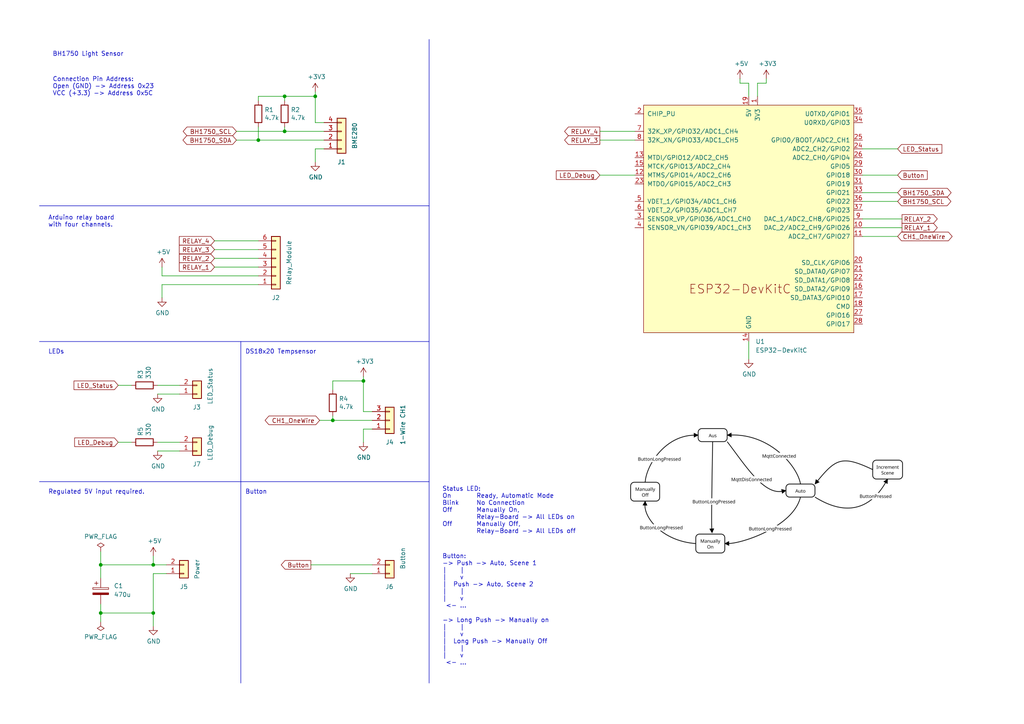
<source format=kicad_sch>
(kicad_sch (version 20230121) (generator eeschema)
  (paper "A4")
  (title_block (title "Remote Plug Socket Esp Devkit ") (date "2024-11-09") (rev "0.1.0"))
  (lib_symbols
    (symbol "Connector_Generic:Conn_01x02" (pin_names (offset 1.016) hide)
      (property "Reference" "J" (at 0 2.54 0))
      (property "Value" "Conn_01x02" (at 0 -5.08 0))
      (symbol "Conn_01x02_1_1"
        (rectangle (start -1.27 -2.413) (end 0 -2.667) (stroke (width 0.1524)))
        (rectangle (start -1.27 0.127) (end 0 -0.127) (stroke (width 0.1524)))
        (rectangle (start -1.27 1.27) (end 1.27 -3.81) (stroke (width 0.254)) (fill (type background)))
        (pin passive line (at -5.08 0 0) (length 3.81) (name "Pin_1") (number "1"))
        (pin passive line (at -5.08 -2.54 0) (length 3.81) (name "Pin_2") (number "2"))
      )
    )
    (symbol "Connector_Generic:Conn_01x03" (pin_names (offset 1.016) hide)
      (property "Reference" "J" (at 0 5.08 0))
      (property "Value" "Conn_01x03" (at 0 -5.08 0))
      (symbol "Conn_01x03_1_1"
        (rectangle (start -1.27 -2.413) (end 0 -2.667) (stroke (width 0.1524)))
        (rectangle (start -1.27 0.127) (end 0 -0.127) (stroke (width 0.1524)))
        (rectangle (start -1.27 2.667) (end 0 2.413) (stroke (width 0.1524)))
        (rectangle (start -1.27 3.81) (end 1.27 -3.81) (stroke (width 0.254)) (fill (type background)))
        (pin passive line (at -5.08 2.54 0) (length 3.81) (name "Pin_1") (number "1"))
        (pin passive line (at -5.08 0 0) (length 3.81) (name "Pin_2") (number "2"))
        (pin passive line (at -5.08 -2.54 0) (length 3.81) (name "Pin_3") (number "3"))
      )
    )
    (symbol "Connector_Generic:Conn_01x04" (pin_names (offset 1.016) hide)
      (property "Reference" "J" (at 0 5.08 0))
      (property "Value" "Conn_01x04" (at 0 -7.62 0))
      (symbol "Conn_01x04_1_1"
        (rectangle (start -1.27 -4.953) (end 0 -5.207) (stroke (width 0.1524)))
        (rectangle (start -1.27 -2.413) (end 0 -2.667) (stroke (width 0.1524)))
        (rectangle (start -1.27 0.127) (end 0 -0.127) (stroke (width 0.1524)))
        (rectangle (start -1.27 2.667) (end 0 2.413) (stroke (width 0.1524)))
        (rectangle (start -1.27 3.81) (end 1.27 -6.35) (stroke (width 0.254)) (fill (type background)))
        (pin passive line (at -5.08 2.54 0) (length 3.81) (name "Pin_1") (number "1"))
        (pin passive line (at -5.08 0 0) (length 3.81) (name "Pin_2") (number "2"))
        (pin passive line (at -5.08 -2.54 0) (length 3.81) (name "Pin_3") (number "3"))
        (pin passive line (at -5.08 -5.08 0) (length 3.81) (name "Pin_4") (number "4"))
      )
    )
    (symbol "Connector_Generic:Conn_01x06" (pin_names (offset 1.016) hide)
      (property "Reference" "J" (at 0 7.62 0))
      (property "Value" "Conn_01x06" (at 0 -10.16 0))
      (symbol "Conn_01x06_1_1"
        (rectangle (start -1.27 -7.493) (end 0 -7.747) (stroke (width 0.1524)))
        (rectangle (start -1.27 -4.953) (end 0 -5.207) (stroke (width 0.1524)))
        (rectangle (start -1.27 -2.413) (end 0 -2.667) (stroke (width 0.1524)))
        (rectangle (start -1.27 0.127) (end 0 -0.127) (stroke (width 0.1524)))
        (rectangle (start -1.27 2.667) (end 0 2.413) (stroke (width 0.1524)))
        (rectangle (start -1.27 5.207) (end 0 4.953) (stroke (width 0.1524)))
        (rectangle (start -1.27 6.35) (end 1.27 -8.89) (stroke (width 0.254)) (fill (type background)))
        (pin passive line (at -5.08 5.08 0) (length 3.81) (name "Pin_1") (number "1"))
        (pin passive line (at -5.08 2.54 0) (length 3.81) (name "Pin_2") (number "2"))
        (pin passive line (at -5.08 0 0) (length 3.81) (name "Pin_3") (number "3"))
        (pin passive line (at -5.08 -2.54 0) (length 3.81) (name "Pin_4") (number "4"))
        (pin passive line (at -5.08 -5.08 0) (length 3.81) (name "Pin_5") (number "5"))
        (pin passive line (at -5.08 -7.62 0) (length 3.81) (name "Pin_6") (number "6"))
      )
    )
    (symbol "Device:C_Polarized" (pin_numbers hide) (pin_names (offset 0.254))
      (property "Reference" "C" (at 0.635 2.54 0))
      (property "Value" "C_Polarized" (at 0.635 -2.54 0))
      (symbol "C_Polarized_0_1"
        (rectangle (start -2.286 0.508) (end 2.286 1.016))
        (polyline (pts (xy -1.778 2.286) (xy -0.762 2.286)))
        (polyline (pts (xy -1.27 2.794) (xy -1.27 1.778)))
        (rectangle (start 2.286 -0.508) (end -2.286 -1.016) (fill (type outline)))
      )
      (symbol "C_Polarized_1_1"
        (pin passive line (at 0 3.81 270) (length 2.794) (name "~") (number "1"))
        (pin passive line (at 0 -3.81 90) (length 2.794) (name "~") (number "2"))
      )
    )
    (symbol "Device:R" (pin_numbers hide) (pin_names (offset 0))
      (property "Reference" "R" (at 2.032 0 90))
      (property "Value" "R" (at 0 0 90))
      (symbol "R_0_1"
        (rectangle (start -1.016 -2.54) (end 1.016 2.54) (stroke (width 0.254)))
      )
      (symbol "R_1_1"
        (pin passive line (at 0 3.81 270) (length 1.27) (name "~") (number "1"))
        (pin passive line (at 0 -3.81 90) (length 1.27) (name "~") (number "2"))
      )
    )
    (symbol "PCM_Espressif:ESP32-DevKitC" (pin_names (offset 1.016))
      (property "Reference" "U" (at -30.48 38.1 0))
      (property "Value" "ESP32-DevKitC" (at -30.48 35.56 0))
      (symbol "ESP32-DevKitC_0_0"
        (text "ESP32-DevKitC" (at -2.54 -20.32 0) (effects (font (size 2.54 2.54))))
        (pin power_in line (at 0 -35.56 90) (length 2.54) (name "GND") (number "14"))
        (pin power_in line (at 0 35.56 270) (length 2.54) (name "5V") (number "19"))
      )
      (symbol "ESP32-DevKitC_0_1"
        (rectangle (start -30.48 33.02) (end 30.48 -33.02) (fill (type background)))
      )
      (symbol "ESP32-DevKitC_1_1"
        (pin power_in line (at 2.54 35.56 270) (length 2.54) (name "3V3") (number "1"))
        (pin bidirectional line (at 33.02 -2.54 180) (length 2.54) (name "DAC_2/ADC2_CH9/GPIO26") (number "10"))
        (pin bidirectional line (at 33.02 -5.08 180) (length 2.54) (name "ADC2_CH7/GPIO27") (number "11"))
        (pin bidirectional line (at -33.02 12.7 0) (length 2.54) (name "MTMS/GPIO14/ADC2_CH6") (number "12"))
        (pin bidirectional line (at -33.02 17.78 0) (length 2.54) (name "MTDI/GPIO12/ADC2_CH5") (number "13"))
        (pin bidirectional line (at -33.02 15.24 0) (length 2.54) (name "MTCK/GPIO13/ADC2_CH4") (number "15"))
        (pin bidirectional line (at 33.02 -20.32 180) (length 2.54) (name "SD_DATA2/GPIO9") (number "16"))
        (pin bidirectional line (at 33.02 -22.86 180) (length 2.54) (name "SD_DATA3/GPIO10") (number "17"))
        (pin bidirectional line (at 33.02 -25.4 180) (length 2.54) (name "CMD") (number "18"))
        (pin input line (at -33.02 30.48 0) (length 2.54) (name "CHIP_PU") (number "2"))
        (pin bidirectional line (at 33.02 -12.7 180) (length 2.54) (name "SD_CLK/GPIO6") (number "20"))
        (pin bidirectional line (at 33.02 -15.24 180) (length 2.54) (name "SD_DATA0/GPIO7") (number "21"))
        (pin bidirectional line (at 33.02 -17.78 180) (length 2.54) (name "SD_DATA1/GPIO8") (number "22"))
        (pin bidirectional line (at -33.02 10.16 0) (length 2.54) (name "MTDO/GPIO15/ADC2_CH3") (number "23"))
        (pin bidirectional line (at 33.02 20.32 180) (length 2.54) (name "ADC2_CH2/GPIO2") (number "24"))
        (pin bidirectional line (at 33.02 22.86 180) (length 2.54) (name "GPIO0/BOOT/ADC2_CH1") (number "25"))
        (pin bidirectional line (at 33.02 17.78 180) (length 2.54) (name "ADC2_CH0/GPIO4") (number "26"))
        (pin bidirectional line (at 33.02 -27.94 180) (length 2.54) (name "GPIO16") (number "27"))
        (pin bidirectional line (at 33.02 -30.48 180) (length 2.54) (name "GPIO17") (number "28"))
        (pin bidirectional line (at 33.02 15.24 180) (length 2.54) (name "GPIO5") (number "29"))
        (pin input line (at -33.02 0 0) (length 2.54) (name "SENSOR_VP/GPIO36/ADC1_CH0") (number "3"))
        (pin bidirectional line (at 33.02 12.7 180) (length 2.54) (name "GPIO18") (number "30"))
        (pin bidirectional line (at 33.02 10.16 180) (length 2.54) (name "GPIO19") (number "31"))
        (pin passive line (at 0 -35.56 90) (length 2.54) hide (name "GND") (number "32"))
        (pin bidirectional line (at 33.02 7.62 180) (length 2.54) (name "GPIO21") (number "33"))
        (pin bidirectional line (at 33.02 27.94 180) (length 2.54) (name "U0RXD/GPIO3") (number "34"))
        (pin bidirectional line (at 33.02 30.48 180) (length 2.54) (name "U0TXD/GPIO1") (number "35"))
        (pin bidirectional line (at 33.02 5.08 180) (length 2.54) (name "GPIO22") (number "36"))
        (pin bidirectional line (at 33.02 2.54 180) (length 2.54) (name "GPIO23") (number "37"))
        (pin passive line (at 0 -35.56 90) (length 2.54) hide (name "GND") (number "38"))
        (pin input line (at -33.02 -2.54 0) (length 2.54) (name "SENSOR_VN/GPIO39/ADC1_CH3") (number "4"))
        (pin input line (at -33.02 5.08 0) (length 2.54) (name "VDET_1/GPIO34/ADC1_CH6") (number "5"))
        (pin input line (at -33.02 2.54 0) (length 2.54) (name "VDET_2/GPIO35/ADC1_CH7") (number "6"))
        (pin bidirectional line (at -33.02 25.4 0) (length 2.54) (name "32K_XP/GPIO32/ADC1_CH4") (number "7"))
        (pin bidirectional line (at -33.02 22.86 0) (length 2.54) (name "32K_XN/GPIO33/ADC1_CH5") (number "8"))
        (pin bidirectional line (at 33.02 0 180) (length 2.54) (name "DAC_1/ADC2_CH8/GPIO25") (number "9"))
      )
    )
    (symbol "power:+3.3V" (power) (pin_names (offset 0))
      (property "Value" "+3.3V" (at 0 3.556 0))
      (symbol "+3.3V_0_1"
        (polyline (pts (xy -0.762 1.27) (xy 0 2.54)))
        (polyline (pts (xy 0 0) (xy 0 2.54)))
        (polyline (pts (xy 0 2.54) (xy 0.762 1.27)))
      )
      (symbol "+3.3V_1_1"
        (pin power_in line (at 0 0 90) (length 0) hide (name "+3V3") (number "1"))
      )
    )
    (symbol "power:+5V" (power) (pin_names (offset 0))
      (property "Value" "+5V" (at 0 3.556 0))
      (symbol "+5V_0_1"
        (polyline (pts (xy -0.762 1.27) (xy 0 2.54)))
        (polyline (pts (xy 0 0) (xy 0 2.54)))
        (polyline (pts (xy 0 2.54) (xy 0.762 1.27)))
      )
      (symbol "+5V_1_1"
        (pin power_in line (at 0 0 90) (length 0) hide (name "+5V") (number "1"))
      )
    )
    (symbol "power:GND" (power) (pin_names (offset 0))
      (property "Value" "GND" (at 0 -3.81 0))
      (symbol "GND_0_1"
        (polyline (pts (xy 0 0) (xy 0 -1.27) (xy 1.27 -1.27) (xy 0 -2.54) (xy -1.27 -1.27) (xy 0 -1.27)))
      )
      (symbol "GND_1_1"
        (pin power_in line (at 0 0 270) (length 0) hide (name "GND") (number "1"))
      )
    )
    (symbol "power:PWR_FLAG" (power) (pin_numbers hide) (pin_names (offset 0) hide)
      (property "Value" "PWR_FLAG" (at 0 3.81 0))
      (symbol "PWR_FLAG_0_0"
        (pin power_out line (at 0 0 90) (length 0) (name "pwr") (number "1"))
      )
      (symbol "PWR_FLAG_0_1"
        (polyline (pts (xy 0 0) (xy 0 1.27) (xy -1.016 1.905) (xy 0 2.54) (xy 1.016 1.905) (xy 0 1.27)))
      )
    )
  )
  (junction (at 44.45 163.83))
  (junction (at 91.44 27.94))
  (junction (at 44.45 177.8))
  (junction (at 105.41 110.49))
  (junction (at 74.93 40.64))
  (junction (at 29.21 177.8))
  (junction (at 82.55 38.1))
  (junction (at 96.52 121.92))
  (junction (at 82.55 27.94))
  (junction (at 29.21 163.83))
  (wire (pts (xy 217.17 24.13) (xy 217.17 27.94)))
  (polyline (pts (xy 124.46 11.43) (xy 124.46 198.12)))
  (wire (pts (xy 214.63 24.13) (xy 217.17 24.13)))
  (wire (pts (xy 93.98 40.64) (xy 74.93 40.64)))
  (wire (pts (xy 261.62 66.04) (xy 250.19 66.04)))
  (wire (pts (xy 91.44 35.56) (xy 93.98 35.56)))
  (wire (pts (xy 222.25 22.86) (xy 222.25 24.13)))
  (wire (pts (xy 82.55 27.94) (xy 91.44 27.94)))
  (wire (pts (xy 217.17 99.06) (xy 217.17 104.14)))
  (wire (pts (xy 44.45 161.29) (xy 44.45 163.83)))
  (wire (pts (xy 29.21 163.83) (xy 44.45 163.83)))
  (wire (pts (xy 105.41 119.38) (xy 105.41 110.49)))
  (wire (pts (xy 62.23 69.85) (xy 74.93 69.85)))
  (wire (pts (xy 91.44 27.94) (xy 91.44 26.67)))
  (wire (pts (xy 250.19 50.8) (xy 260.35 50.8)))
  (wire (pts (xy 45.72 128.27) (xy 52.07 128.27)))
  (wire (pts (xy 74.93 40.64) (xy 68.58 40.64)))
  (wire (pts (xy 92.71 121.92) (xy 96.52 121.92)))
  (wire (pts (xy 90.17 163.83) (xy 107.95 163.83)))
  (wire (pts (xy 105.41 124.46) (xy 107.95 124.46)))
  (wire (pts (xy 74.93 27.94) (xy 82.55 27.94)))
  (wire (pts (xy 44.45 163.83) (xy 48.26 163.83)))
  (wire (pts (xy 250.19 55.88) (xy 260.35 55.88)))
  (wire (pts (xy 82.55 36.83) (xy 82.55 38.1)))
  (wire (pts (xy 96.52 110.49) (xy 105.41 110.49)))
  (wire (pts (xy 96.52 121.92) (xy 107.95 121.92)))
  (wire (pts (xy 250.19 58.42) (xy 260.35 58.42)))
  (wire (pts (xy 45.72 111.76) (xy 52.07 111.76)))
  (wire (pts (xy 29.21 160.02) (xy 29.21 163.83)))
  (wire (pts (xy 219.71 24.13) (xy 219.71 27.94)))
  (wire (pts (xy 96.52 113.03) (xy 96.52 110.49)))
  (wire (pts (xy 91.44 35.56) (xy 91.44 27.94)))
  (wire (pts (xy 44.45 177.8) (xy 44.45 166.37)))
  (wire (pts (xy 82.55 27.94) (xy 82.55 29.21)))
  (wire (pts (xy 62.23 77.47) (xy 74.93 77.47)))
  (wire (pts (xy 45.72 114.3) (xy 52.07 114.3)))
  (wire (pts (xy 29.21 177.8) (xy 29.21 180.34)))
  (wire (pts (xy 68.58 38.1) (xy 82.55 38.1)))
  (wire (pts (xy 107.95 119.38) (xy 105.41 119.38)))
  (wire (pts (xy 261.62 63.5) (xy 250.19 63.5)))
  (wire (pts (xy 91.44 43.18) (xy 93.98 43.18)))
  (wire (pts (xy 34.29 111.76) (xy 38.1 111.76)))
  (wire (pts (xy 105.41 128.27) (xy 105.41 124.46)))
  (wire (pts (xy 250.19 43.18) (xy 260.35 43.18)))
  (wire (pts (xy 34.29 128.27) (xy 38.1 128.27)))
  (wire (pts (xy 46.99 77.47) (xy 46.99 80.01)))
  (wire (pts (xy 44.45 181.61) (xy 44.45 177.8)))
  (polyline (pts (xy 11.43 139.7) (xy 124.46 139.7)))
  (wire (pts (xy 29.21 175.26) (xy 29.21 177.8)))
  (wire (pts (xy 222.25 24.13) (xy 219.71 24.13)))
  (wire (pts (xy 74.93 29.21) (xy 74.93 27.94)))
  (polyline (pts (xy 11.43 59.69) (xy 124.46 59.69)))
  (polyline (pts (xy 11.43 99.06) (xy 124.46 99.06)))
  (wire (pts (xy 74.93 80.01) (xy 46.99 80.01)))
  (wire (pts (xy 62.23 74.93) (xy 74.93 74.93)))
  (wire (pts (xy 173.99 40.64) (xy 184.15 40.64)))
  (wire (pts (xy 173.99 38.1) (xy 184.15 38.1)))
  (wire (pts (xy 62.23 72.39) (xy 74.93 72.39)))
  (wire (pts (xy 46.99 86.36) (xy 46.99 82.55)))
  (wire (pts (xy 29.21 167.64) (xy 29.21 163.83)))
  (wire (pts (xy 105.41 110.49) (xy 105.41 109.22)))
  (polyline (pts (xy 69.85 99.06) (xy 69.85 198.12)))
  (wire (pts (xy 74.93 36.83) (xy 74.93 40.64)))
  (wire (pts (xy 29.21 177.8) (xy 44.45 177.8)))
  (wire (pts (xy 91.44 46.99) (xy 91.44 43.18)))
  (wire (pts (xy 184.15 50.8) (xy 173.99 50.8)))
  (wire (pts (xy 214.63 22.86) (xy 214.63 24.13)))
  (wire (pts (xy 101.6 166.37) (xy 107.95 166.37)))
  (wire (pts (xy 48.26 166.37) (xy 44.45 166.37)))
  (wire (pts (xy 45.72 130.81) (xy 52.07 130.81)))
  (wire (pts (xy 96.52 120.65) (xy 96.52 121.92)))
  (wire (pts (xy 46.99 82.55) (xy 74.93 82.55)))
  (wire (pts (xy 250.19 68.58) (xy 260.35 68.58)))
  (wire (pts (xy 82.55 38.1) (xy 93.98 38.1)))
  (image (at 222.25 142.24) (scale 0.420699))
  (text "BH1750 Light Sensor" (at 15.24 16.51 0) (effects (font (size 1.27 1.27)) (justify left bottom)))
  (text "Status LED:\nOn		Ready, Automatic Mode\nBlink	No Connection\nOff		Manually On, \n		Relay-Board -> All LEDs on\nOff		Manually Off, \n		Relay-Board -> All LEDs off\n" (at 128.27 154.94 0) (effects (font (size 1.27 1.27)) (justify left bottom)))
  (text "DS18x20 Tempsensor" (at 71.12 102.87 0) (effects (font (size 1.27 1.27)) (justify left bottom)))
  (text "Connection Pin Address:\nOpen (GND) -> Address 0x23\nVCC (+3.3) -> Address 0x5C" (at 15.24 27.94 0) (effects (font (size 1.27 1.27)) (justify left bottom)))
  (text "Button" (at 71.12 143.51 0) (effects (font (size 1.27 1.27)) (justify left bottom)))
  (text "LEDs" (at 13.97 102.87 0) (effects (font (size 1.27 1.27)) (justify left bottom)))
  (text "-> Long Push -> Manually on\n|    |\n|    v\n|  Long Push -> Manually Off\n|    |\n|    v\n <- ..." (at 128.27 193.04 0) (effects (font (size 1.27 1.27)) (justify left bottom)))
  (text "Arduino relay board\nwith four channels." (at 13.97 66.04 0) (effects (font (size 1.27 1.27)) (justify left bottom)))
  (text "Regulated 5V input required." (at 13.97 143.51 0) (effects (font (size 1.27 1.27)) (justify left bottom)))
  (text "Button:\n-> Push -> Auto, Scene 1\n|    |\n|    v\n|  Push -> Auto, Scene 2\n|    |\n|    v\n <- ..." (at 128.27 176.53 0) (effects (font (size 1.27 1.27)) (justify left bottom)))
  (global_label "BH1750_SCL" (shape bidirectional) (at 260.35 58.42 0) (property "Intersheetrefs" "${INTERSHEET_REFS}" (effects hide)) (property "Referenzen zwischen Schaltplänen" "${INTERSHEET_REFS}" (effects hide)))
  (global_label "LED_Status" (shape input) (at 34.29 111.76 180) (property "Intersheetrefs" "${INTERSHEET_REFS}" (effects hide)) (property "Referenzen zwischen Schaltplänen" "${INTERSHEET_REFS}" (effects hide)))
  (global_label "LED_Status" (shape input) (at 260.35 43.18 0) (property "Intersheetrefs" "${INTERSHEET_REFS}" (effects hide)) (property "Referenzen zwischen Schaltplänen" "${INTERSHEET_REFS}" (effects hide)))
  (global_label "RELAY_2" (shape output) (at 261.62 63.5 0) (property "Intersheetrefs" "${INTERSHEET_REFS}" (effects hide)) (property "Referenzen zwischen Schaltplänen" "${INTERSHEET_REFS}" (effects hide)))
  (global_label "BH1750_SDA" (shape bidirectional) (at 260.35 55.88 0) (property "Intersheetrefs" "${INTERSHEET_REFS}" (effects hide)) (property "Referenzen zwischen Schaltplänen" "${INTERSHEET_REFS}" (effects hide)))
  (global_label "CH1_OneWire" (shape bidirectional) (at 260.35 68.58 0) (property "Intersheetrefs" "${INTERSHEET_REFS}" (effects hide)) (property "Referenzen zwischen Schaltplänen" "${INTERSHEET_REFS}" (effects hide)))
  (global_label "RELAY_4" (shape output) (at 173.99 38.1 180) (property "Intersheetrefs" "${INTERSHEET_REFS}" (effects hide)) (property "Referenzen zwischen Schaltplänen" "${INTERSHEET_REFS}" (effects hide)))
  (global_label "RELAY_3" (shape output) (at 173.99 40.64 180) (property "Intersheetrefs" "${INTERSHEET_REFS}" (effects hide)) (property "Referenzen zwischen Schaltplänen" "${INTERSHEET_REFS}" (effects hide)))
  (global_label "RELAY_4" (shape input) (at 62.23 69.85 180) (property "Intersheetrefs" "${INTERSHEET_REFS}" (effects hide)) (property "Referenzen zwischen Schaltplänen" "${INTERSHEET_REFS}" (effects hide)))
  (global_label "LED_Debug" (shape input) (at 34.29 128.27 180) (property "Intersheetrefs" "${INTERSHEET_REFS}" (effects hide)) (property "Referenzen zwischen Schaltplänen" "${INTERSHEET_REFS}" (effects hide)))
  (global_label "Button" (shape output) (at 90.17 163.83 180) (property "Intersheetrefs" "${INTERSHEET_REFS}" (effects hide)) (property "Referenzen zwischen Schaltplänen" "${INTERSHEET_REFS}" (effects hide)))
  (global_label "RELAY_1" (shape input) (at 62.23 77.47 180) (property "Intersheetrefs" "${INTERSHEET_REFS}" (effects hide)) (property "Referenzen zwischen Schaltplänen" "${INTERSHEET_REFS}" (effects hide)))
  (global_label "RELAY_2" (shape input) (at 62.23 74.93 180) (property "Intersheetrefs" "${INTERSHEET_REFS}" (effects hide)) (property "Referenzen zwischen Schaltplänen" "${INTERSHEET_REFS}" (effects hide)))
  (global_label "CH1_OneWire" (shape bidirectional) (at 92.71 121.92 180) (property "Intersheetrefs" "${INTERSHEET_REFS}" (effects hide)) (property "Referenzen zwischen Schaltplänen" "${INTERSHEET_REFS}" (effects hide)))
  (global_label "BH1750_SCL" (shape bidirectional) (at 68.58 38.1 180) (property "Intersheetrefs" "${INTERSHEET_REFS}" (effects hide)) (property "Referenzen zwischen Schaltplänen" "${INTERSHEET_REFS}" (effects hide)))
  (global_label "LED_Debug" (shape input) (at 173.99 50.8 180) (property "Intersheetrefs" "${INTERSHEET_REFS}" (effects hide)) (property "Referenzen zwischen Schaltplänen" "${INTERSHEET_REFS}" (effects hide)))
  (global_label "BH1750_SDA" (shape bidirectional) (at 68.58 40.64 180) (property "Intersheetrefs" "${INTERSHEET_REFS}" (effects hide)) (property "Referenzen zwischen Schaltplänen" "${INTERSHEET_REFS}" (effects hide)))
  (global_label "Button" (shape input) (at 260.35 50.8 0) (property "Intersheetrefs" "${INTERSHEET_REFS}" (effects hide)) (property "Referenzen zwischen Schaltplänen" "${INTERSHEET_REFS}" (effects hide)))
  (global_label "RELAY_1" (shape output) (at 261.62 66.04 0) (property "Intersheetrefs" "${INTERSHEET_REFS}" (effects hide)) (property "Referenzen zwischen Schaltplänen" "${INTERSHEET_REFS}" (effects hide)))
  (global_label "RELAY_3" (shape input) (at 62.23 72.39 180) (property "Intersheetrefs" "${INTERSHEET_REFS}" (effects hide)) (property "Referenzen zwischen Schaltplänen" "${INTERSHEET_REFS}" (effects hide)))
  (symbol (lib_id "power:GND") (at 91.44 46.99 0) (unit 1)
    (property "Reference" "#PWR03" (effects hide))
    (property "Value" "GND" (at 91.567 51.3842 0))
  )
  (symbol (lib_id "Connector_Generic:Conn_01x02") (at 113.03 166.37 0) (mirror x) (unit 1)
    (property "Reference" "J6" (at 111.76 170.18 0) (effects (justify left)))
    (property "Value" "Button" (at 116.84 158.75 90) (effects (justify left)))
    (property "Footprint" "Connector_Molex:Molex_KK-254_AE-6410-02A_1x02_P2.54mm_Vertical" (effects hide))
  )
  (symbol (lib_id "Device:R") (at 96.52 116.84 0) (unit 1)
    (property "Reference" "R4" (at 98.298 115.6716 0) (effects (justify left)))
    (property "Value" "4.7k" (at 98.298 117.983 0) (effects (justify left)))
    (property "Footprint" "Resistor_THT:R_Axial_DIN0207_L6.3mm_D2.5mm_P7.62mm_Horizontal" (effects hide))
  )
  (symbol (lib_id "Device:R") (at 41.91 128.27 90) (unit 1)
    (property "Reference" "R5" (at 40.7416 126.492 0) (effects (justify left)))
    (property "Value" "330" (at 43.053 126.492 0) (effects (justify left)))
    (property "Footprint" "Resistor_THT:R_Axial_DIN0207_L6.3mm_D2.5mm_P7.62mm_Horizontal" (effects hide))
  )
  (symbol (lib_id "power:PWR_FLAG") (at 29.21 180.34 180) (unit 1)
    (property "Reference" "#FLG02" (effects hide))
    (property "Value" "PWR_FLAG" (at 29.21 184.7342 0))
  )
  (symbol (lib_id "Connector_Generic:Conn_01x06") (at 80.01 77.47 0) (mirror x) (unit 1)
    (property "Reference" "J2" (at 80.01 86.36 0))
    (property "Value" "Relay_Module" (at 83.82 76.2 90))
    (property "Footprint" "Connector_Molex:Molex_KK-254_AE-6410-06A_1x06_P2.54mm_Vertical" (effects hide))
  )
  (symbol (lib_id "power:GND") (at 105.41 128.27 0) (unit 1)
    (property "Reference" "#PWR09" (effects hide))
    (property "Value" "GND" (at 105.537 132.6642 0))
  )
  (symbol (lib_id "power:+3.3V") (at 105.41 109.22 0) (unit 1)
    (property "Reference" "#PWR012" (effects hide))
    (property "Value" "+3.3V" (at 105.791 104.8258 0))
  )
  (symbol (lib_id "power:GND") (at 217.17 104.14 0) (unit 1)
    (property "Reference" "#PWR08" (effects hide))
    (property "Value" "GND" (at 217.297 108.5342 0))
  )
  (symbol (lib_id "Connector_Generic:Conn_01x04") (at 99.06 40.64 0) (mirror x) (unit 1)
    (property "Reference" "J1" (at 99.06 46.99 0))
    (property "Value" "BME280" (at 102.87 39.37 90))
    (property "Footprint" "Connector_Molex:Molex_KK-254_AE-6410-04A_1x04_P2.54mm_Vertical" (effects hide))
  )
  (symbol (lib_id "power:GND") (at 45.72 114.3 0) (unit 1)
    (property "Reference" "#PWR06" (effects hide))
    (property "Value" "GND" (at 45.847 118.6942 0))
  )
  (symbol (lib_id "Connector_Generic:Conn_01x02") (at 53.34 166.37 0) (mirror x) (unit 1)
    (property "Reference" "J5" (at 53.34 170.18 0))
    (property "Value" "Power" (at 57.15 165.1 90))
    (property "Footprint" "Connector_Molex:Molex_KK-254_AE-6410-02A_1x02_P2.54mm_Vertical" (effects hide))
  )
  (symbol (lib_id "Device:R") (at 41.91 111.76 90) (unit 1)
    (property "Reference" "R3" (at 40.7416 109.982 0) (effects (justify left)))
    (property "Value" "330" (at 43.053 109.982 0) (effects (justify left)))
    (property "Footprint" "Resistor_THT:R_Axial_DIN0207_L6.3mm_D2.5mm_P7.62mm_Horizontal" (effects hide))
  )
  (symbol (lib_id "Device:R") (at 74.93 33.02 0) (unit 1)
    (property "Reference" "R1" (at 76.708 31.8516 0) (effects (justify left)))
    (property "Value" "4.7k" (at 76.708 34.163 0) (effects (justify left)))
    (property "Footprint" "Resistor_THT:R_Axial_DIN0207_L6.3mm_D2.5mm_P7.62mm_Horizontal" (effects hide))
  )
  (symbol (lib_id "power:GND") (at 101.6 166.37 0) (unit 1)
    (property "Reference" "#PWR01" (effects hide))
    (property "Value" "GND" (at 101.727 170.7642 0))
  )
  (symbol (lib_id "power:+3.3V") (at 91.44 26.67 0) (unit 1)
    (property "Reference" "#PWR02" (effects hide))
    (property "Value" "+3.3V" (at 91.821 22.2758 0))
  )
  (symbol (lib_id "Device:R") (at 82.55 33.02 0) (unit 1)
    (property "Reference" "R2" (at 84.328 31.8516 0) (effects (justify left)))
    (property "Value" "4.7k" (at 84.328 34.163 0) (effects (justify left)))
    (property "Footprint" "Resistor_THT:R_Axial_DIN0207_L6.3mm_D2.5mm_P7.62mm_Horizontal" (effects hide))
  )
  (symbol (lib_id "PCM_Espressif:ESP32-DevKitC") (at 217.17 63.5 0) (unit 1)
    (property "Reference" "U1" (at 219.1259 99.06 0) (effects (justify left)))
    (property "Value" "ESP32-DevKitC" (at 219.1259 101.6 0) (effects (justify left)))
    (property "Footprint" "PCM_Espressif:ESP32-DevKitC" (effects hide))
    (property "Datasheet" "https://docs.espressif.com/projects/esp-idf/zh_CN/latest/esp32/hw-reference/esp32/get-started-devkitc.html" (effects hide))
  )
  (symbol (lib_id "power:+5V") (at 46.99 77.47 0) (unit 1)
    (property "Reference" "#PWR04" (effects hide))
    (property "Value" "+5V" (at 47.371 73.0758 0))
  )
  (symbol (lib_id "Device:C_Polarized") (at 29.21 171.45 0) (unit 1)
    (property "Reference" "C1" (at 33.02 169.926 0) (effects (justify left)))
    (property "Value" "470u" (at 33.02 172.466 0) (effects (justify left)))
    (property "Footprint" "Capacitor_THT:CP_Radial_D8.0mm_P3.50mm" (effects hide))
  )
  (symbol (lib_id "power:PWR_FLAG") (at 29.21 160.02 0) (unit 1)
    (property "Reference" "#FLG01" (effects hide))
    (property "Value" "PWR_FLAG" (at 29.21 155.6258 0))
  )
  (symbol (lib_id "Connector_Generic:Conn_01x02") (at 57.15 114.3 0) (mirror x) (unit 1)
    (property "Reference" "J3" (at 55.88 118.11 0) (effects (justify left)))
    (property "Value" "LED_Status" (at 60.96 106.68 90) (effects (justify left)))
    (property "Footprint" "Connector_Molex:Molex_KK-254_AE-6410-02A_1x02_P2.54mm_Vertical" (effects hide))
  )
  (symbol (lib_id "power:GND") (at 45.72 130.81 0) (unit 1)
    (property "Reference" "#PWR07" (effects hide))
    (property "Value" "GND" (at 45.847 135.2042 0))
  )
  (symbol (lib_id "power:+5V") (at 214.63 22.86 0) (unit 1)
    (property "Reference" "#PWR014" (effects hide))
    (property "Value" "+5V" (at 215.011 18.4658 0))
  )
  (symbol (lib_id "Connector_Generic:Conn_01x02") (at 57.15 130.81 0) (mirror x) (unit 1)
    (property "Reference" "J7" (at 55.88 134.62 0) (effects (justify left)))
    (property "Value" "LED_Debug" (at 60.96 123.19 90) (effects (justify left)))
    (property "Footprint" "Connector_Molex:Molex_KK-254_AE-6410-02A_1x02_P2.54mm_Vertical" (effects hide))
  )
  (symbol (lib_id "power:GND") (at 46.99 86.36 0) (unit 1)
    (property "Reference" "#PWR05" (effects hide))
    (property "Value" "GND" (at 47.117 90.7542 0))
  )
  (symbol (lib_id "Connector_Generic:Conn_01x03") (at 113.03 121.92 0) (mirror x) (unit 1)
    (property "Reference" "J4" (at 113.03 128.27 0))
    (property "Value" "1-Wire CH1" (at 116.84 123.19 90))
    (property "Footprint" "Connector_Molex:Molex_KK-254_AE-6410-03A_1x03_P2.54mm_Vertical" (effects hide))
  )
  (symbol (lib_id "power:GND") (at 44.45 181.61 0) (unit 1)
    (property "Reference" "#PWR016" (effects hide))
    (property "Value" "GND" (at 44.577 186.0042 0))
  )
  (symbol (lib_id "power:+5V") (at 44.45 161.29 0) (unit 1)
    (property "Reference" "#PWR015" (effects hide))
    (property "Value" "+5V" (at 44.831 156.8958 0))
  )
  (symbol (lib_id "power:+3.3V") (at 222.25 22.86 0) (unit 1)
    (property "Reference" "#PWR010" (effects hide))
    (property "Value" "+3.3V" (at 222.631 18.4658 0))
  )
)
</source>
